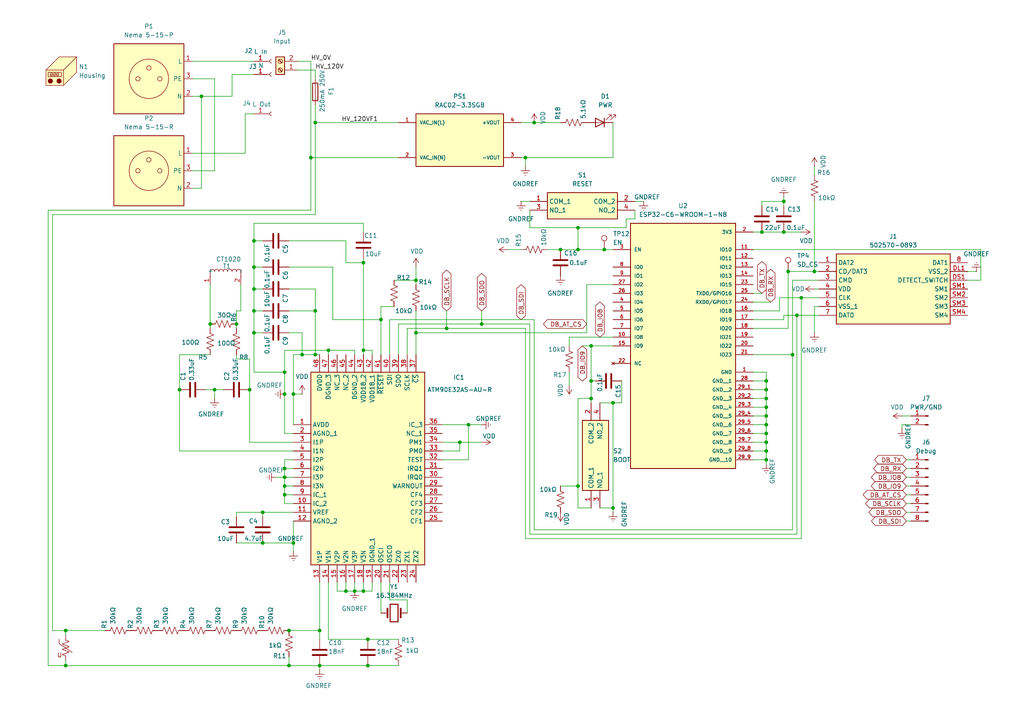
<source format=kicad_sch>
(kicad_sch (version 20250114) (generator "eeschema") (generator_version "9.0")
  (paper "A4")
  (junction (at 82.55 135.89))
  (junction (at 171.45 100.33))
  (junction (at 105.41 171.45))
  (junction (at 105.41 101.6))
  (junction (at 83.82 182.88))
  (junction (at 171.45 110.49))
  (junction (at 82.55 143.51))
  (junction (at 62.23 113.03))
  (junction (at 120.65 81.28))
  (junction (at 92.71 182.88))
  (junction (at 222.25 123.19))
  (junction (at 222.25 130.81))
  (junction (at 231.14 91.44))
  (junction (at 19.05 182.88))
  (junction (at 222.25 110.49))
  (junction (at 154.94 35.56))
  (junction (at 222.25 128.27))
  (junction (at 73.66 96.52))
  (junction (at 120.65 96.52))
  (junction (at 105.41 76.2))
  (junction (at 171.45 115.57))
  (junction (at 82.55 107.95))
  (junction (at 222.25 115.57))
  (junction (at 73.66 69.85))
  (junction (at 76.2 148.59))
  (junction (at 82.55 140.97))
  (junction (at 227.33 67.31))
  (junction (at 85.09 157.48))
  (junction (at 91.44 35.56))
  (junction (at 19.05 193.04))
  (junction (at 222.25 133.35))
  (junction (at 228.6 78.74))
  (junction (at 73.66 83.82))
  (junction (at 87.63 102.87))
  (junction (at 83.82 193.04))
  (junction (at 76.2 157.48))
  (junction (at 58.42 27.94))
  (junction (at 220.98 67.31))
  (junction (at 110.49 92.71))
  (junction (at 167.64 66.04))
  (junction (at 167.64 72.39))
  (junction (at 175.26 72.39))
  (junction (at 177.8 116.84))
  (junction (at 135.89 123.19))
  (junction (at 68.58 93.98))
  (junction (at 133.35 128.27))
  (junction (at 60.96 93.98))
  (junction (at 52.07 113.03))
  (junction (at 92.71 193.04))
  (junction (at 106.68 193.04))
  (junction (at 162.56 72.39))
  (junction (at 222.25 118.11))
  (junction (at 222.25 120.65))
  (junction (at 73.66 77.47))
  (junction (at 102.87 171.45))
  (junction (at 129.54 95.25))
  (junction (at 167.64 140.97))
  (junction (at 85.09 114.3))
  (junction (at 90.17 45.72))
  (junction (at 82.55 138.43))
  (junction (at 177.8 147.32))
  (junction (at 91.44 102.87))
  (junction (at 106.68 185.42))
  (junction (at 222.25 125.73))
  (junction (at 227.33 58.42))
  (junction (at 232.41 86.36))
  (junction (at 139.7 93.98))
  (junction (at 100.33 171.45))
  (junction (at 95.25 101.6))
  (junction (at 152.4 45.72))
  (junction (at 229.87 102.87))
  (junction (at 82.55 114.3))
  (junction (at 222.25 113.03))
  (junction (at 73.66 90.17))
  (junction (at 236.22 78.74))
  (junction (at 91.44 90.17))
  (junction (at 72.39 113.03))
  (wire (pts (xy 76.2 96.52) (xy 73.66 96.52)))
  (wire (pts (xy 76.2 77.47) (xy 73.66 77.47)))
  (wire (pts (xy 68.58 90.17) (xy 68.58 93.98)))
  (wire (pts (xy 85.09 125.73) (xy 82.55 125.73)))
  (wire (pts (xy 222.25 110.49) (xy 222.25 113.03)))
  (wire (pts (xy 181.61 66.04) (xy 167.64 66.04)))
  (wire (pts (xy 167.64 115.57) (xy 171.45 115.57)))
  (wire (pts (xy 91.44 83.82) (xy 91.44 90.17)))
  (wire (pts (xy 222.25 115.57) (xy 222.25 118.11)))
  (wire (pts (xy 147.32 72.39) (xy 151.13 72.39)))
  (wire (pts (xy 236.22 83.82) (xy 237.49 83.82)))
  (wire (pts (xy 236.22 78.74) (xy 228.6 78.74)))
  (wire (pts (xy 173.99 116.84) (xy 177.8 116.84)))
  (wire (pts (xy 128.27 130.81) (xy 133.35 130.81)))
  (wire (pts (xy 139.7 93.98) (xy 153.67 93.98)))
  (wire (pts (xy 52.07 102.87) (xy 60.96 102.87)))
  (wire (pts (xy 97.79 171.45) (xy 100.33 171.45)))
  (wire (pts (xy 58.42 54.61) (xy 58.42 27.94)))
  (wire (pts (xy 72.39 104.14) (xy 72.39 113.03)))
  (wire (pts (xy 139.7 90.17) (xy 139.7 93.98)))
  (wire (pts (xy 83.82 69.85) (xy 100.33 69.85)))
  (wire (pts (xy 180.34 110.49) (xy 180.34 116.84)))
  (wire (pts (xy 228.6 95.25) (xy 218.44 95.25)))
  (wire (pts (xy 129.54 90.17) (xy 129.54 95.25)))
  (wire (pts (xy 82.55 101.6) (xy 82.55 107.95)))
  (wire (pts (xy 96.52 77.47) (xy 96.52 92.71)))
  (wire (pts (xy 171.45 147.32) (xy 167.64 147.32)))
  (wire (pts (xy 86.36 20.32) (xy 91.44 20.32)))
  (wire (pts (xy 95.25 101.6) (xy 82.55 101.6)))
  (wire (pts (xy 82.55 133.35) (xy 82.55 135.89)))
  (wire (pts (xy 118.11 173.99) (xy 118.11 177.8)))
  (wire (pts (xy 92.71 193.04) (xy 92.71 194.31)))
  (wire (pts (xy 218.44 113.03) (xy 222.25 113.03)))
  (wire (pts (xy 167.64 147.32) (xy 167.64 140.97)))
  (wire (pts (xy 280.67 81.28) (xy 284.48 81.28)))
  (wire (pts (xy 154.94 92.71) (xy 154.94 153.67)))
  (wire (pts (xy 152.4 95.25) (xy 152.4 156.21)))
  (wire (pts (xy 135.89 123.19) (xy 139.7 123.19)))
  (wire (pts (xy 15.24 62.23) (xy 15.24 182.88)))
  (wire (pts (xy 69.85 82.55) (xy 69.85 90.17)))
  (wire (pts (xy 92.71 102.87) (xy 91.44 102.87)))
  (wire (pts (xy 227.33 92.71) (xy 218.44 92.71)))
  (wire (pts (xy 222.25 133.35) (xy 222.25 134.62)))
  (wire (pts (xy 68.58 157.48) (xy 76.2 157.48)))
  (wire (pts (xy 167.64 66.04) (xy 167.64 72.39)))
  (wire (pts (xy 222.25 130.81) (xy 222.25 133.35)))
  (wire (pts (xy 95.25 168.91) (xy 95.25 185.42)))
  (wire (pts (xy 100.33 69.85) (xy 100.33 76.2)))
  (wire (pts (xy 152.4 156.21) (xy 232.41 156.21)))
  (wire (pts (xy 218.44 115.57) (xy 222.25 115.57)))
  (wire (pts (xy 154.94 153.67) (xy 229.87 153.67)))
  (wire (pts (xy 107.95 101.6) (xy 105.41 101.6)))
  (wire (pts (xy 83.82 77.47) (xy 96.52 77.47)))
  (wire (pts (xy 153.67 93.98) (xy 153.67 154.94)))
  (wire (pts (xy 128.27 133.35) (xy 135.89 133.35)))
  (wire (pts (xy 113.03 173.99) (xy 118.11 173.99)))
  (wire (pts (xy 261.62 120.65) (xy 264.16 120.65)))
  (wire (pts (xy 55.88 54.61) (xy 58.42 54.61)))
  (wire (pts (xy 62.23 49.53) (xy 62.23 22.86)))
  (wire (pts (xy 177.8 147.32) (xy 173.99 147.32)))
  (wire (pts (xy 83.82 90.17) (xy 91.44 90.17)))
  (wire (pts (xy 85.09 133.35) (xy 82.55 133.35)))
  (wire (pts (xy 226.06 86.36) (xy 226.06 90.17)))
  (wire (pts (xy 168.91 100.33) (xy 171.45 100.33)))
  (wire (pts (xy 83.82 190.5) (xy 83.82 193.04)))
  (wire (pts (xy 167.64 140.97) (xy 167.64 115.57)))
  (wire (pts (xy 232.41 156.21) (xy 232.41 86.36)))
  (wire (pts (xy 73.66 96.52) (xy 73.66 107.95)))
  (wire (pts (xy 90.17 17.78) (xy 90.17 45.72)))
  (wire (pts (xy 86.36 17.78) (xy 90.17 17.78)))
  (wire (pts (xy 67.31 21.59) (xy 67.31 27.94)))
  (wire (pts (xy 82.55 114.3) (xy 82.55 125.73)))
  (wire (pts (xy 110.49 92.71) (xy 110.49 88.9)))
  (wire (pts (xy 73.66 83.82) (xy 73.66 90.17)))
  (wire (pts (xy 82.55 138.43) (xy 85.09 138.43)))
  (wire (pts (xy 85.09 148.59) (xy 76.2 148.59)))
  (wire (pts (xy 72.39 128.27) (xy 85.09 128.27)))
  (wire (pts (xy 76.2 69.85) (xy 73.66 69.85)))
  (wire (pts (xy 87.63 102.87) (xy 85.09 102.87)))
  (wire (pts (xy 220.98 67.31) (xy 227.33 67.31)))
  (wire (pts (xy 236.22 78.74) (xy 236.22 58.42)))
  (wire (pts (xy 222.25 118.11) (xy 222.25 120.65)))
  (wire (pts (xy 154.94 35.56) (xy 162.56 35.56)))
  (wire (pts (xy 229.87 153.67) (xy 229.87 102.87)))
  (wire (pts (xy 222.25 123.19) (xy 222.25 125.73)))
  (wire (pts (xy 60.96 82.55) (xy 60.96 93.98)))
  (wire (pts (xy 87.63 96.52) (xy 87.63 102.87)))
  (wire (pts (xy 62.23 22.86) (xy 55.88 22.86)))
  (wire (pts (xy 76.2 157.48) (xy 85.09 157.48)))
  (wire (pts (xy 222.25 125.73) (xy 222.25 128.27)))
  (wire (pts (xy 184.15 58.42) (xy 186.69 58.42)))
  (wire (pts (xy 153.67 60.96) (xy 153.67 66.04)))
  (wire (pts (xy 218.44 102.87) (xy 229.87 102.87)))
  (wire (pts (xy 170.18 82.55) (xy 177.8 82.55)))
  (wire (pts (xy 15.24 62.23) (xy 91.44 62.23)))
  (wire (pts (xy 82.55 140.97) (xy 85.09 140.97)))
  (wire (pts (xy 181.61 63.5) (xy 184.15 63.5)))
  (wire (pts (xy 55.88 17.78) (xy 73.66 17.78)))
  (wire (pts (xy 102.87 168.91) (xy 102.87 171.45)))
  (wire (pts (xy 85.09 102.87) (xy 85.09 114.3)))
  (wire (pts (xy 83.82 83.82) (xy 91.44 83.82)))
  (wire (pts (xy 83.82 193.04) (xy 92.71 193.04)))
  (wire (pts (xy 97.79 168.91) (xy 97.79 171.45)))
  (wire (pts (xy 73.66 69.85) (xy 73.66 77.47)))
  (wire (pts (xy 90.17 45.72) (xy 115.57 45.72)))
  (wire (pts (xy 180.34 116.84) (xy 177.8 116.84)))
  (wire (pts (xy 13.97 193.04) (xy 19.05 193.04)))
  (wire (pts (xy 165.1 107.95) (xy 165.1 111.76)))
  (wire (pts (xy 100.33 168.91) (xy 100.33 171.45)))
  (wire (pts (xy 167.64 72.39) (xy 175.26 72.39)))
  (wire (pts (xy 68.58 104.14) (xy 72.39 104.14)))
  (wire (pts (xy 237.49 88.9) (xy 236.22 88.9)))
  (wire (pts (xy 82.55 135.89) (xy 82.55 138.43)))
  (wire (pts (xy 82.55 140.97) (xy 82.55 143.51)))
  (wire (pts (xy 100.33 76.2) (xy 105.41 76.2)))
  (wire (pts (xy 60.96 93.98) (xy 60.96 95.25)))
  (wire (pts (xy 71.12 44.45) (xy 55.88 44.45)))
  (wire (pts (xy 62.23 113.03) (xy 64.77 113.03)))
  (wire (pts (xy 106.68 185.42) (xy 115.57 185.42)))
  (wire (pts (xy 231.14 154.94) (xy 231.14 91.44)))
  (wire (pts (xy 222.25 113.03) (xy 222.25 115.57)))
  (wire (pts (xy 231.14 91.44) (xy 227.33 91.44)))
  (wire (pts (xy 170.18 96.52) (xy 170.18 82.55)))
  (wire (pts (xy 68.58 93.98) (xy 68.58 95.25)))
  (wire (pts (xy 222.25 120.65) (xy 222.25 123.19)))
  (wire (pts (xy 158.75 72.39) (xy 162.56 72.39)))
  (wire (pts (xy 19.05 193.04) (xy 83.82 193.04)))
  (wire (pts (xy 177.8 45.72) (xy 152.4 45.72)))
  (wire (pts (xy 218.44 107.95) (xy 222.25 107.95)))
  (wire (pts (xy 236.22 88.9) (xy 236.22 96.52)))
  (wire (pts (xy 52.07 130.81) (xy 52.07 113.03)))
  (wire (pts (xy 152.4 45.72) (xy 152.4 48.26)))
  (wire (pts (xy 177.8 148.59) (xy 177.8 147.32)))
  (wire (pts (xy 91.44 102.87) (xy 87.63 102.87)))
  (wire (pts (xy 220.98 59.69) (xy 220.98 58.42)))
  (wire (pts (xy 261.62 123.19) (xy 261.62 124.46)))
  (wire (pts (xy 67.31 27.94) (xy 58.42 27.94)))
  (wire (pts (xy 151.13 35.56) (xy 154.94 35.56)))
  (wire (pts (xy 177.8 35.56) (xy 177.8 45.72)))
  (wire (pts (xy 262.89 151.13) (xy 264.16 151.13)))
  (wire (pts (xy 162.56 140.97) (xy 167.64 140.97)))
  (wire (pts (xy 114.3 81.28) (xy 120.65 81.28)))
  (wire (pts (xy 19.05 182.88) (xy 30.48 182.88)))
  (wire (pts (xy 102.87 171.45) (xy 105.41 171.45)))
  (wire (pts (xy 118.11 102.87) (xy 118.11 95.25)))
  (wire (pts (xy 129.54 95.25) (xy 152.4 95.25)))
  (wire (pts (xy 113.03 168.91) (xy 113.03 173.99)))
  (wire (pts (xy 133.35 130.81) (xy 133.35 128.27)))
  (wire (pts (xy 222.25 128.27) (xy 222.25 130.81)))
  (wire (pts (xy 73.66 107.95) (xy 82.55 107.95)))
  (wire (pts (xy 218.44 125.73) (xy 222.25 125.73)))
  (wire (pts (xy 83.82 182.88) (xy 92.71 182.88)))
  (wire (pts (xy 96.52 92.71) (xy 110.49 92.71)))
  (wire (pts (xy 73.66 33.02) (xy 71.12 33.02)))
  (wire (pts (xy 262.89 133.35) (xy 264.16 133.35)))
  (wire (pts (xy 218.44 85.09) (xy 220.98 85.09)))
  (wire (pts (xy 102.87 101.6) (xy 95.25 101.6)))
  (wire (pts (xy 222.25 107.95) (xy 222.25 110.49)))
  (wire (pts (xy 82.55 107.95) (xy 82.55 114.3)))
  (wire (pts (xy 100.33 171.45) (xy 102.87 171.45)))
  (wire (pts (xy 236.22 48.26) (xy 236.22 50.8)))
  (wire (pts (xy 71.12 33.02) (xy 71.12 44.45)))
  (wire (pts (xy 91.44 90.17) (xy 91.44 102.87)))
  (wire (pts (xy 106.68 185.42) (xy 95.25 185.42)))
  (wire (pts (xy 218.44 67.31) (xy 220.98 67.31)))
  (wire (pts (xy 184.15 63.5) (xy 184.15 60.96)))
  (wire (pts (xy 91.44 30.48) (xy 91.44 35.56)))
  (wire (pts (xy 120.65 96.52) (xy 170.18 96.52)))
  (wire (pts (xy 181.61 63.5) (xy 181.61 66.04)))
  (wire (pts (xy 102.87 102.87) (xy 102.87 101.6)))
  (wire (pts (xy 228.6 78.74) (xy 228.6 95.25)))
  (wire (pts (xy 118.11 95.25) (xy 129.54 95.25)))
  (wire (pts (xy 85.09 157.48) (xy 85.09 160.02)))
  (wire (pts (xy 165.1 100.33) (xy 165.1 97.79)))
  (wire (pts (xy 262.89 143.51) (xy 264.16 143.51)))
  (wire (pts (xy 284.48 72.39) (xy 218.44 72.39)))
  (wire (pts (xy 105.41 74.93) (xy 105.41 76.2)))
  (wire (pts (xy 85.09 151.13) (xy 85.09 157.48)))
  (wire (pts (xy 113.03 92.71) (xy 154.94 92.71)))
  (wire (pts (xy 227.33 91.44) (xy 227.33 92.71)))
  (wire (pts (xy 110.49 102.87) (xy 110.49 92.71)))
  (wire (pts (xy 13.97 60.96) (xy 13.97 193.04)))
  (wire (pts (xy 105.41 64.77) (xy 73.66 64.77)))
  (wire (pts (xy 76.2 90.17) (xy 73.66 90.17)))
  (wire (pts (xy 85.09 114.3) (xy 85.09 123.19)))
  (wire (pts (xy 91.44 20.32) (xy 91.44 22.86)))
  (wire (pts (xy 171.45 115.57) (xy 171.45 116.84)))
  (wire (pts (xy 105.41 101.6) (xy 105.41 102.87)))
  (wire (pts (xy 177.8 116.84) (xy 177.8 147.32)))
  (wire (pts (xy 165.1 97.79) (xy 177.8 97.79)))
  (wire (pts (xy 236.22 78.74) (xy 237.49 78.74)))
  (wire (pts (xy 171.45 110.49) (xy 172.72 110.49)))
  (wire (pts (xy 152.4 45.72) (xy 151.13 45.72)))
  (wire (pts (xy 133.35 128.27) (xy 139.7 128.27)))
  (wire (pts (xy 162.56 72.39) (xy 167.64 72.39)))
  (wire (pts (xy 76.2 148.59) (xy 76.2 149.86)))
  (wire (pts (xy 95.25 102.87) (xy 95.25 101.6)))
  (wire (pts (xy 262.89 148.59) (xy 264.16 148.59)))
  (wire (pts (xy 237.49 91.44) (xy 231.14 91.44)))
  (wire (pts (xy 128.27 123.19) (xy 135.89 123.19)))
  (wire (pts (xy 218.44 87.63) (xy 223.52 87.63)))
  (wire (pts (xy 68.58 148.59) (xy 68.58 149.86)))
  (wire (pts (xy 113.03 102.87) (xy 113.03 92.71)))
  (wire (pts (xy 13.97 60.96) (xy 90.17 60.96)))
  (wire (pts (xy 90.17 45.72) (xy 90.17 60.96)))
  (wire (pts (xy 175.26 72.39) (xy 177.8 72.39)))
  (wire (pts (xy 73.66 77.47) (xy 73.66 83.82)))
  (wire (pts (xy 82.55 146.05) (xy 85.09 146.05)))
  (wire (pts (xy 73.66 64.77) (xy 73.66 69.85)))
  (wire (pts (xy 237.49 81.28) (xy 229.87 81.28)))
  (wire (pts (xy 91.44 35.56) (xy 91.44 62.23)))
  (wire (pts (xy 92.71 168.91) (xy 92.71 182.88)))
  (wire (pts (xy 115.57 93.98) (xy 139.7 93.98)))
  (wire (pts (xy 82.55 138.43) (xy 82.55 140.97)))
  (wire (pts (xy 52.07 130.81) (xy 85.09 130.81)))
  (wire (pts (xy 68.58 102.87) (xy 68.58 104.14)))
  (wire (pts (xy 105.41 64.77) (xy 105.41 67.31)))
  (wire (pts (xy 218.44 123.19) (xy 222.25 123.19)))
  (wire (pts (xy 52.07 102.87) (xy 52.07 113.03)))
  (wire (pts (xy 115.57 102.87) (xy 115.57 93.98)))
  (wire (pts (xy 262.89 138.43) (xy 264.16 138.43)))
  (wire (pts (xy 218.44 128.27) (xy 222.25 128.27)))
  (wire (pts (xy 171.45 100.33) (xy 177.8 100.33)))
  (wire (pts (xy 171.45 100.33) (xy 171.45 110.49)))
  (wire (pts (xy 218.44 118.11) (xy 222.25 118.11)))
  (wire (pts (xy 105.41 76.2) (xy 105.41 101.6)))
  (wire (pts (xy 68.58 148.59) (xy 76.2 148.59)))
  (wire (pts (xy 105.41 171.45) (xy 107.95 171.45)))
  (wire (pts (xy 227.33 67.31) (xy 232.41 67.31)))
  (wire (pts (xy 91.44 35.56) (xy 115.57 35.56)))
  (wire (pts (xy 120.65 90.17) (xy 120.65 96.52)))
  (wire (pts (xy 15.24 182.88) (xy 19.05 182.88)))
  (wire (pts (xy 218.44 130.81) (xy 222.25 130.81)))
  (wire (pts (xy 218.44 133.35) (xy 222.25 133.35)))
  (wire (pts (xy 58.42 27.94) (xy 55.88 27.94)))
  (wire (pts (xy 232.41 86.36) (xy 226.06 86.36)))
  (wire (pts (xy 227.33 57.15) (xy 227.33 58.42)))
  (wire (pts (xy 82.55 135.89) (xy 85.09 135.89)))
  (wire (pts (xy 72.39 113.03) (xy 72.39 128.27)))
  (wire (pts (xy 284.48 81.28) (xy 284.48 72.39)))
  (wire (pts (xy 67.31 21.59) (xy 73.66 21.59)))
  (wire (pts (xy 19.05 182.88) (xy 19.05 184.15)))
  (wire (pts (xy 220.98 58.42) (xy 227.33 58.42)))
  (wire (pts (xy 73.66 83.82) (xy 76.2 83.82)))
  (wire (pts (xy 19.05 191.77) (xy 19.05 193.04)))
  (wire (pts (xy 153.67 154.94) (xy 231.14 154.94)))
  (wire (pts (xy 151.13 58.42) (xy 153.67 58.42)))
  (wire (pts (xy 92.71 182.88) (xy 92.71 185.42)))
  (wire (pts (xy 105.41 168.91) (xy 105.41 171.45)))
  (wire (pts (xy 120.65 77.47) (xy 120.65 81.28)))
  (wire (pts (xy 171.45 110.49) (xy 171.45 115.57)))
  (wire (pts (xy 106.68 193.04) (xy 115.57 193.04)))
  (wire (pts (xy 110.49 88.9) (xy 114.3 88.9)))
  (wire (pts (xy 85.09 114.3) (xy 87.63 114.3)))
  (wire (pts (xy 92.71 193.04) (xy 106.68 193.04)))
  (wire (pts (xy 62.23 113.03) (xy 59.69 113.03)))
  (wire (pts (xy 264.16 123.19) (xy 261.62 123.19)))
  (wire (pts (xy 280.67 78.74) (xy 283.21 78.74)))
  (wire (pts (xy 110.49 168.91) (xy 110.49 177.8)))
  (wire (pts (xy 107.95 171.45) (xy 107.95 168.91)))
  (wire (pts (xy 237.49 86.36) (xy 232.41 86.36)))
  (wire (pts (xy 69.85 90.17) (xy 68.58 90.17)))
  (wire (pts (xy 120.65 102.87) (xy 120.65 96.52)))
  (wire (pts (xy 218.44 120.65) (xy 222.25 120.65)))
  (wire (pts (xy 107.95 102.87) (xy 107.95 101.6)))
  (wire (pts (xy 83.82 96.52) (xy 87.63 96.52)))
  (wire (pts (xy 218.44 110.49) (xy 222.25 110.49)))
  (wire (pts (xy 73.66 90.17) (xy 73.66 96.52)))
  (wire (pts (xy 82.55 143.51) (xy 85.09 143.51)))
  (wire (pts (xy 82.55 143.51) (xy 82.55 146.05)))
  (wire (pts (xy 227.33 58.42) (xy 227.33 59.69)))
  (wire (pts (xy 120.65 82.55) (xy 120.65 81.28)))
  (wire (pts (xy 55.88 49.53) (xy 62.23 49.53)))
  (wire (pts (xy 262.89 135.89) (xy 264.16 135.89)))
  (wire (pts (xy 262.89 140.97) (xy 264.16 140.97)))
  (wire (pts (xy 128.27 128.27) (xy 133.35 128.27)))
  (wire (pts (xy 229.87 81.28) (xy 229.87 102.87)))
  (wire (pts (xy 80.01 138.43) (xy 82.55 138.43)))
  (wire (pts (xy 62.23 115.57) (xy 62.23 113.03)))
  (wire (pts (xy 226.06 90.17) (xy 218.44 90.17)))
  (wire (pts (xy 135.89 133.35) (xy 135.89 123.19)))
  (wire (pts (xy 153.67 66.04) (xy 167.64 66.04)))
  (wire (pts (xy 262.89 146.05) (xy 264.16 146.05)))
  (label "HV_120VF1" (at 99.06 35.56 0))
  (label "HV_120V" (at 91.44 20.32 0))
  (label "HV_0V" (at 90.17 17.78 0))
  (global_label "DB_TX" (shape bidirectional) (at 262.89 133.35 180) (property "Intersheetrefs" "${INTERSHEET_REFS}" (effects (hide yes))))
  (global_label "DB_RX" (shape bidirectional) (at 262.89 135.89 180) (property "Intersheetrefs" "${INTERSHEET_REFS}" (effects (hide yes))))
  (global_label "DB_IO8" (shape bidirectional) (at 262.89 138.43 180) (property "Intersheetrefs" "${INTERSHEET_REFS}" (effects (hide yes))))
  (global_label "DB_SCLK" (shape bidirectional) (at 262.89 146.05 180) (property "Intersheetrefs" "${INTERSHEET_REFS}" (effects (hide yes))))
  (global_label "DB_IO9" (shape bidirectional) (at 262.89 140.97 180) (property "Intersheetrefs" "${INTERSHEET_REFS}" (effects (hide yes))))
  (global_label "DB_AT_CS" (shape bidirectional) (at 262.89 143.51 180) (property "Intersheetrefs" "${INTERSHEET_REFS}" (effects (hide yes))))
  (global_label "DB_SDO" (shape bidirectional) (at 262.89 148.59 180) (property "Intersheetrefs" "${INTERSHEET_REFS}" (effects (hide yes))))
  (global_label "DB_SDI" (shape bidirectional) (at 262.89 151.13 180) (property "Intersheetrefs" "${INTERSHEET_REFS}" (effects (hide yes))))
  (global_label "DB_IO8" (shape bidirectional) (at 173.99 97.79 90) (property "Intersheetrefs" "${INTERSHEET_REFS}" (effects (hide yes))))
  (global_label "DB_RX" (shape bidirectional) (at 223.52 87.63 90) (property "Intersheetrefs" "${INTERSHEET_REFS}" (effects (hide yes))))
  (global_label "DB_TX" (shape bidirectional) (at 220.98 85.09 90) (property "Intersheetrefs" "${INTERSHEET_REFS}" (effects (hide yes))))
  (global_label "DB_SDI" (shape bidirectional) (at 151.13 92.71 90) (property "Intersheetrefs" "${INTERSHEET_REFS}" (effects (hide yes))))
  (global_label "DB_IO9" (shape bidirectional) (at 168.91 100.33 270) (property "Intersheetrefs" "${INTERSHEET_REFS}" (effects (hide yes))))
  (global_label "DB_SCLK" (shape bidirectional) (at 129.54 90.17 90) (property "Intersheetrefs" "${INTERSHEET_REFS}" (effects (hide yes))))
  (global_label "DB_AT_CS" (shape bidirectional) (at 170.18 93.98 180) (property "Intersheetrefs" "${INTERSHEET_REFS}" (effects (hide yes))))
  (global_label "DB_SDO" (shape bidirectional) (at 139.7 90.17 90) (property "Intersheetrefs" "${INTERSHEET_REFS}" (effects (hide yes))))
  (symbol (lib_id "Connector:Conn_01x01_Socket") (at 78.74 33.02 0) (unit 1) (on_board no)
    (property "Reference" "J4" (at 70.358 29.972 0) (effects (justify left)))
    (property "Value" "L Out" (at 73.152 30.226 0) (effects (justify left)))
    (property "Description" "Generic connector, single row, 01x01, script generated" (effects (hide yes)))
  )
  (symbol (lib_id "Device:C") (at 227.33 63.5 0) (unit 1)
    (property "Reference" "C13" (at 228.346 60.706 0) (effects (justify left)))
    (property "Value" "0.1uF" (at 228.092 66.04 0) (effects (justify left)))
    (property "Footprint" "Capacitor_SMD:C_0805_2012Metric_Pad1.18x1.45mm_HandSolder" (effects (hide yes)))
    (property "Datasheet" "https://www.vishay.com/docs/45171/kseries.pdf" (effects (hide yes)))
    (property "Description" "Unpolarized capacitor" (effects (hide yes)))
    (property "Mouser#" "594-K104K15X7RF5WH5 " (effects (hide yes)))
    (property "Mouser Link" "https://www.mouser.com/ProductDetail/Vishay-BC-Components/K104K15X7RF5WH5?qs=sGAEpiMZZMuMW9TJLBQkXstS33ZYjGCMau7NPGXn%2F5U%3D" (effects (hide yes)))
    (property "Price/unit" "0.089" (effects (hide yes)))
  )
  (symbol (lib_id "Device:R_US") (at 83.82 186.69 0) (unit 1)
    (property "Reference" "R11" (at 83.058 190.246 0) (effects (justify right)))
    (property "Value" "1kΩ" (at 81.788 187.198 0) (effects (justify right)))
    (property "Footprint" "Resistor_SMD:R_0805_2012Metric_Pad1.20x1.40mm_HandSolder" (effects (hide yes)))
    (property "Description" "Resistor, US symbol" (effects (hide yes)))
  )
  (symbol (lib_id "power:VDD") (at 236.22 83.82 90) (unit 1)
    (property "Reference" "#PWR026" (effects (hide yes)))
    (property "Value" "VDD" (at 233.426 83.82 90) (effects (justify left)))
    (property "Description" "Power symbol creates a global label with name \"VDD\"" (effects (hide yes)))
  )
  (symbol (lib_id "Device:R_US") (at 68.58 99.06 0) (mirror y) (unit 1)
    (property "Reference" "R8" (at 69.342 103.632 0) (effects (justify right)))
    (property "Value" "100Ω" (at 62.992 99.568 0) (effects (justify right)))
    (property "Footprint" "Resistor_SMD:R_0805_2012Metric_Pad1.20x1.40mm_HandSolder" (effects (hide yes)))
    (property "Description" "Resistor, US symbol" (effects (hide yes)))
  )
  (symbol (lib_id "Device:R_US") (at 64.77 182.88 270) (unit 1)
    (property "Reference" "R7" (at 60.706 182.372 0) (effects (justify right)))
    (property "Value" "30kΩ" (at 63.246 181.102 0) (effects (justify right)))
    (property "Footprint" "Resistor_SMD:R_0805_2012Metric_Pad1.20x1.40mm_HandSolder" (effects (hide yes)))
    (property "Description" "Resistor, US symbol" (effects (hide yes)))
  )
  (symbol (lib_id "power:GNDREF") (at 283.21 78.74 180) (unit 1)
    (property "Reference" "#PWR028" (effects (hide yes)))
    (property "Value" "GNDREF" (at 283.21 73.66 0))
    (property "Description" "Power symbol creates a global label with name \"GNDREF\" , reference supply ground" (effects (hide yes)))
  )
  (symbol (lib_id "Device:R_US") (at 57.15 182.88 270) (unit 1)
    (property "Reference" "R4" (at 53.086 182.372 0) (effects (justify right)))
    (property "Value" "30kΩ" (at 55.626 181.102 0) (effects (justify right)))
    (property "Footprint" "Resistor_SMD:R_0805_2012Metric_Pad1.20x1.40mm_HandSolder" (effects (hide yes)))
    (property "Description" "Resistor, US symbol" (effects (hide yes)))
  )
  (symbol (lib_id "Device:R_US") (at 49.53 182.88 270) (unit 1)
    (property "Reference" "R3" (at 45.466 182.372 0) (effects (justify right)))
    (property "Value" "30kΩ" (at 48.006 181.102 0) (effects (justify right)))
    (property "Footprint" "Resistor_SMD:R_0805_2012Metric_Pad1.20x1.40mm_HandSolder" (effects (hide yes)))
    (property "Description" "Resistor, US symbol" (effects (hide yes)))
  )
  (symbol (lib_id "power:GNDREF") (at 222.25 134.62 0) (unit 1)
    (property "Reference" "#PWR015" (effects (hide yes)))
    (property "Value" "GNDREF" (at 224.028 132.842 90) (effects (justify right)))
    (property "Description" "Power symbol creates a global label with name \"GNDREF\" , reference supply ground" (effects (hide yes)))
  )
  (symbol (lib_id "power:GNDREF") (at 177.8 148.59 0) (unit 1)
    (property "Reference" "#PWR016" (effects (hide yes)))
    (property "Value" "GNDREF" (at 181.102 145.288 90) (effects (justify right)))
    (property "Description" "Power symbol creates a global label with name \"GNDREF\" , reference supply ground" (effects (hide yes)))
  )
  (symbol (lib_id "power:GNDREF") (at 151.13 58.42 0) (unit 1)
    (property "Reference" "#PWR013" (effects (hide yes)))
    (property "Value" "GNDREF" (at 151.13 63.5 0))
    (property "Description" "Power symbol creates a global label with name \"GNDREF\" , reference supply ground" (effects (hide yes)))
  )
  (symbol (lib_id "Device:C") (at 80.01 69.85 270) (unit 1)
    (property "Reference" "C5" (at 82.804 70.866 0) (effects (justify left)))
    (property "Value" "0.1uF" (at 77.47 70.612 0) (effects (justify left)))
    (property "Footprint" "Capacitor_SMD:C_0805_2012Metric_Pad1.18x1.45mm_HandSolder" (effects (hide yes)))
    (property "Datasheet" "https://www.vishay.com/docs/45171/kseries.pdf" (effects (hide yes)))
    (property "Description" "Unpolarized capacitor" (effects (hide yes)))
    (property "Mouser#" "594-K104K15X7RF5WH5 " (effects (hide yes)))
    (property "Mouser Link" "https://www.mouser.com/ProductDetail/Vishay-BC-Components/K104K15X7RF5WH5?qs=sGAEpiMZZMuMW9TJLBQkXstS33ZYjGCMau7NPGXn%2F5U%3D" (effects (hide yes)))
    (property "Price/unit" "0.089" (effects (hide yes)))
  )
  (symbol (lib_id "power:GNDREF") (at 92.71 194.31 0) (unit 1)
    (property "Reference" "#PWR06" (effects (hide yes)))
    (property "Value" "GNDREF" (at 92.456 198.882 0))
    (property "Description" "Power symbol creates a global label with name \"GNDREF\" , reference supply ground" (effects (hide yes)))
  )
  (symbol (lib_id "MicroSD502570-0893:502570-0893") (at 237.49 76.2 0) (unit 1)
    (property "Reference" "J1" (at 259.08 68.58 0))
    (property "Value" "502570-0893" (at 259.08 71.12 0))
    (property "Footprint" "MicroSDSlot 502570-0893:5025700893" (effects (hide yes)))
    (property "Datasheet" "https://componentsearchengine.com/Datasheets/2/502570-0893.pdf" (effects (hide yes)))
    (property "Description" "Memory Card Connectors MICRO SD CARD CONN NORM SMT PUSH-PUSH" (effects (hide yes)))
    (property "Height" "1.95" (effects (hide yes)))
    (property "Mouser Part Number" "538-502570-0893" (effects (hide yes)))
    (property "Mouser Price/Stock" "https://www.mouser.co.uk/ProductDetail/Molex/502570-0893?qs=xbccQsLEe0eiL%252BVgS3E4nA%3D%3D" (effects (hide yes)))
    (property "Manufacturer_Name" "Molex" (effects (hide yes)))
    (property "Manufacturer_Part_Number" "502570-0893" (effects (hide yes)))
  )
  (symbol (lib_id "power:GNDREF") (at 162.56 80.01 0) (unit 1)
    (property "Reference" "#PWR017" (effects (hide yes)))
    (property "Value" "GNDREF" (at 162.56 85.09 0))
    (property "Description" "Power symbol creates a global label with name \"GNDREF\" , reference supply ground" (effects (hide yes)))
  )
  (symbol (lib_id "Device:C") (at 162.56 76.2 0) (unit 1)
    (property "Reference" "C16" (at 163.576 73.406 0) (effects (justify left)))
    (property "Value" "0.1uF" (at 165.1 76.2 0) (effects (justify left)))
    (property "Footprint" "Capacitor_SMD:C_0805_2012Metric_Pad1.18x1.45mm_HandSolder" (effects (hide yes)))
    (property "Datasheet" "https://www.vishay.com/docs/45171/kseries.pdf" (effects (hide yes)))
    (property "Description" "Unpolarized capacitor" (effects (hide yes)))
    (property "Mouser#" "594-K104K15X7RF5WH5 " (effects (hide yes)))
    (property "Mouser Link" "https://www.mouser.com/ProductDetail/Vishay-BC-Components/K104K15X7RF5WH5?qs=sGAEpiMZZMuMW9TJLBQkXstS33ZYjGCMau7NPGXn%2F5U%3D" (effects (hide yes)))
    (property "Price/unit" "0.089" (effects (hide yes)))
  )
  (symbol (lib_id "power:VDD") (at 87.63 114.3 0) (unit 1)
    (property "Reference" "#PWR05" (effects (hide yes)))
    (property "Value" "VDD" (at 87.63 109.22 0))
    (property "Description" "Power symbol creates a global label with name \"VDD\"" (effects (hide yes)))
  )
  (symbol (lib_id "ATM90E32AS-AU-R:ATM90E32AS-AU-R") (at 85.09 123.19 0) (unit 1)
    (property "Reference" "IC1" (at 133.096 109.474 0))
    (property "Value" "ATM90E32AS-AU-R" (at 133.35 113.03 0))
    (property "Footprint" "QFP50P900X900X120-48N" (effects (hide yes)))
    (property "Datasheet" "http://ww1.microchip.com/downloads/en/DeviceDoc/Atmel-46003-SE-M90E32AS-Datasheet.pdf" (effects (hide yes)))
    (property "Description" "MICROCHIP - ATM90E32AS-AU-R - POLY PHASE ENERGY METERING IC, TQFP-48" (effects (hide yes)))
    (property "Height" "1.2" (effects (hide yes)))
    (property "Mouser#" "556-ATM90E32AS-AU-R" (effects (hide yes)))
    (property "Mouser Price/Stock" "https://www.mouser.com/ProductDetail/556-ATM90E32AS-AU-R" (effects (hide yes)))
    (property "Manufacturer_Name" "Microchip" (effects (hide yes)))
    (property "Manufacturer_Part_Number" "ATM90E32AS-AU-R" (effects (hide yes)))
    (property "Price/unit" "3.66" (effects (hide yes)))
  )
  (symbol (lib_id "Connector:Conn_01x02_Pin") (at 269.24 120.65 0) (mirror y) (unit 1)
    (property "Reference" "J7" (at 268.605 115.57 0))
    (property "Value" "PWR/GND" (at 268.605 118.11 0))
    (property "Footprint" "Connector_PinHeader_2.54mm:PinHeader_1x02_P2.54mm_Vertical" (effects (hide yes)))
    (property "Description" "Generic connector, single row, 01x02, script generated" (effects (hide yes)))
  )
  (symbol (lib_id "Device:R_US") (at 236.22 54.61 180) (unit 1)
    (property "Reference" "R16" (at 236.982 50.038 0) (effects (justify right)))
    (property "Value" "10kΩ" (at 237.236 57.404 0) (effects (justify right)))
    (property "Footprint" "Resistor_SMD:R_0805_2012Metric_Pad1.20x1.40mm_HandSolder" (effects (hide yes)))
    (property "Description" "Resistor, US symbol" (effects (hide yes)))
  )
  (symbol (lib_id "Device:C") (at 68.58 153.67 0) (unit 1)
    (property "Reference" "C3" (at 64.008 151.384 0) (effects (justify left)))
    (property "Value" "10uF" (at 62.992 156.21 0) (effects (justify left)))
    (property "Footprint" "Capacitor_SMD:C_0805_2012Metric_Pad1.18x1.45mm_HandSolder" (effects (hide yes)))
    (property "Datasheet" "https://product.tdk.com/system/files/dam/doc/product/capacitor/ceramic/lead-mlcc/catalog/leadmlcc_halogenfree_fg_en.pdf" (effects (hide yes)))
    (property "Description" "Unpolarized capacitor" (effects (hide yes)))
    (property "Mouser#" "810-FG18X5R1E106MR00" (effects (hide yes)))
    (property "Mouser Link" "https://www.mouser.com/ProductDetail/TDK/FG18X5R1E106MRT00?qs=LtAzLad%252BoeW3W%2F93oICt0Q%3D%3D" (effects (hide yes)))
    (property "Price/unit" "0.278" (effects (hide yes)))
  )
  (symbol (lib_id "Device:C") (at 80.01 96.52 270) (unit 1)
    (property "Reference" "C9" (at 82.804 97.536 0) (effects (justify left)))
    (property "Value" "0.1uF" (at 77.47 97.282 0) (effects (justify left)))
    (property "Footprint" "Capacitor_SMD:C_0805_2012Metric_Pad1.18x1.45mm_HandSolder" (effects (hide yes)))
    (property "Datasheet" "https://www.vishay.com/docs/45171/kseries.pdf" (effects (hide yes)))
    (property "Description" "Unpolarized capacitor" (effects (hide yes)))
    (property "Mouser#" "594-K104K15X7RF5WH5 " (effects (hide yes)))
    (property "Mouser Link" "https://www.mouser.com/ProductDetail/Vishay-BC-Components/K104K15X7RF5WH5?qs=sGAEpiMZZMuMW9TJLBQkXstS33ZYjGCMau7NPGXn%2F5U%3D" (effects (hide yes)))
    (property "Price/unit" "0.089" (effects (hide yes)))
  )
  (symbol (lib_id "Device:R_US") (at 41.91 182.88 270) (unit 1)
    (property "Reference" "R2" (at 37.846 182.372 0) (effects (justify right)))
    (property "Value" "30kΩ" (at 40.386 181.102 0) (effects (justify right)))
    (property "Footprint" "Resistor_SMD:R_0805_2012Metric_Pad1.20x1.40mm_HandSolder" (effects (hide yes)))
    (property "Description" "Resistor, US symbol" (effects (hide yes)))
  )
  (symbol (lib_id "Connector:TestPoint") (at 228.6 78.74 0) (unit 1)
    (property "Reference" "TP4" (at 231.14 74.1679 0) (effects (justify left)))
    (property "Value" "SD_CS" (at 231.14 76.7079 0) (effects (justify left)))
    (property "Footprint" "Connector_PinHeader_2.54mm:PinHeader_1x01_P2.54mm_Vertical" (effects (hide yes)))
    (property "Description" "test point" (effects (hide yes)))
  )
  (symbol (lib_id "power:GNDREF") (at 236.22 96.52 0) (unit 1)
    (property "Reference" "#PWR027" (effects (hide yes)))
    (property "Value" "GNDREF" (at 236.22 101.6 0))
    (property "Description" "Power symbol creates a global label with name \"GNDREF\" , reference supply ground" (effects (hide yes)))
  )
  (symbol (lib_id "Device:R_US") (at 80.01 182.88 270) (unit 1)
    (property "Reference" "R10" (at 75.946 182.372 0) (effects (justify right)))
    (property "Value" "30kΩ" (at 78.486 181.102 0) (effects (justify right)))
    (property "Footprint" "Resistor_SMD:R_0805_2012Metric_Pad1.20x1.40mm_HandSolder" (effects (hide yes)))
    (property "Description" "Resistor, US symbol" (effects (hide yes)))
  )
  (symbol (lib_id "Device:Crystal") (at 114.3 177.8 0) (unit 1)
    (property "Reference" "Y1" (at 114.3 170.18 0))
    (property "Value" "16.384MHz" (at 114.3 172.72 0))
    (property "Footprint" "Crystal:Crystal_HC49-U_Vertical" (effects (hide yes)))
    (property "Datasheet" "https://www.mouser.com/datasheet/3/184/1/ABL.pdf" (effects (hide yes)))
    (property "Description" "Two pin crystal" (effects (hide yes)))
    (property "Mouser#" "815-ABL-16.384-B2" (effects (hide yes)))
    (property "Mouser Link" "https://www.mouser.com/ProductDetail/ABRACON/ABL-16.384MHZ-B2?qs=H8AWquzS%2FlO72PftAyd8ow%3D%3D" (effects (hide yes)))
    (property "Price/unit" "0.32" (effects (hide yes)))
  )
  (symbol (lib_id "Device:R_US") (at 120.65 86.36 180) (unit 1)
    (property "Reference" "R14" (at 121.412 81.788 0) (effects (justify right)))
    (property "Value" "10kΩ" (at 121.666 89.154 0) (effects (justify right)))
    (property "Footprint" "Resistor_SMD:R_0805_2012Metric_Pad1.20x1.40mm_HandSolder" (effects (hide yes)))
    (property "Description" "Resistor, US symbol" (effects (hide yes)))
  )
  (symbol (lib_id "Device:C") (at 55.88 113.03 90) (unit 1)
    (property "Reference" "C1" (at 53.086 110.49 0) (effects (justify left)))
    (property "Value" "0.33uF" (at 55.626 110.49 0) (effects (justify left)))
    (property "Footprint" "Capacitor_SMD:C_0805_2012Metric_Pad1.18x1.45mm_HandSolder" (effects (hide yes)))
    (property "Datasheet" "https://product.tdk.com/system/files/dam/doc/product/capacitor/ceramic/lead-mlcc/catalog/leadmlcc_halogenfree_fg_en.pdf" (effects (hide yes)))
    (property "Description" "Unpolarized capacitor" (effects (hide yes)))
    (property "Mouser#" "810-FG18X7R1H334KRT6" (effects (hide yes)))
    (property "Mouser Link" "https://www.mouser.com/ProductDetail/810-FG18X7R1H334KRT6" (effects (hide yes)))
    (property "Price/unit" "0.115" (effects (hide yes)))
  )
  (symbol (lib_id "power:VDD") (at 147.32 72.39 90) (unit 1)
    (property "Reference" "#PWR022" (effects (hide yes)))
    (property "Value" "VDD" (at 147.828 69.85 90) (effects (justify left)))
    (property "Description" "Power symbol creates a global label with name \"VDD\"" (effects (hide yes)))
  )
  (symbol (lib_id "Device:Varistor_US") (at 19.05 187.96 0) (unit 1)
    (property "Reference" "RV1" (effects (hide yes)))
    (property "Value" "130VAC" (effects (hide yes)))
    (property "Footprint" "Capacitor_THT:C_Disc_D8.0mm_W5.0mm_P5.00mm" (effects (hide yes)))
    (property "Datasheet" "https://www.littelfuse.com/assetdocs/littelfuse_varistor_ultramov_datasheet.pdf?assetguid=00498970-451b-4e23-a419-f1ff8625d2a0" (effects (hide yes)))
    (property "Description" "Voltage dependent resistor, US symbol" (effects (hide yes)))
    (property "Sim.Name" "kicad_builtin_varistor" (effects (hide yes)))
    (property "Sim.Device" "SUBCKT" (effects (hide yes)))
    (property "Sim.Pins" "1=A 2=B" (effects (hide yes)))
    (property "Sim.Params" "threshold=1k" (effects (hide yes)))
    (property "Sim.Library" "${KICAD9_SYMBOL_DIR}/Simulation_SPICE.sp" (effects (hide yes)))
    (property "Mouser#" "576-V07E130P " (effects (hide yes)))
    (property "Mouser Link" "https://www.mouser.com/ProductDetail/Littelfuse/V07E130P?qs=zHiv0nsVGmp7WIjVpcMUJw%3D%3D" (effects (hide yes)))
    (property "Price/unit" "0.186" (effects (hide yes)))
  )
  (symbol (lib_id "power:GNDREF") (at 186.69 58.42 0) (unit 1)
    (property "Reference" "#PWR014" (effects (hide yes)))
    (property "Value" "GNDREF" (at 187.706 57.15 0))
    (property "Description" "Power symbol creates a global label with name \"GNDREF\" , reference supply ground" (effects (hide yes)))
  )
  (symbol (lib_id "Device:Fuse") (at 91.44 26.67 0) (unit 1)
    (property "Reference" "F1" (at 96.012 26.416 90))
    (property "Value" "250mA 250V" (at 93.472 26.416 90))
    (property "Footprint" "FuseHolder OGD:00318231" (effects (hide yes)))
    (property "Datasheet" "https://www.littelfuse.com/assetdocs/fuse-313-and-315-datasheet?assetguid=82476e74-6b5c-4262-88c8-0e436eab1447" (effects (hide yes)))
    (property "Description" "3AG fuse Time delay" (effects (hide yes)))
    (property "Mouser Link" "https://www.mouser.com/ProductDetail/576-0313.250HXP" (effects (hide yes)))
    (property "Price/unit" "1.43" (effects (hide yes)))
    (property "Mouser#" "576-0313.250HXP " (effects (hide yes)))
  )
  (symbol (lib_id "power:VDD") (at 232.41 67.31 270) (unit 1)
    (property "Reference" "#PWR023" (effects (hide yes)))
    (property "Value" "VDD" (at 231.902 69.85 90) (effects (justify left)))
    (property "Description" "Power symbol creates a global label with name \"VDD\"" (effects (hide yes)))
  )
  (symbol (lib_id "power:VDD") (at 139.7 128.27 270) (unit 1)
    (property "Reference" "#PWR010" (effects (hide yes)))
    (property "Value" "VDD" (at 139.954 126.492 90) (effects (justify left)))
    (property "Description" "Power symbol creates a global label with name \"VDD\"" (effects (hide yes)))
  )
  (symbol (lib_id "CT1020:CT1020") (at 64.77 78.74 0) (unit 1)
    (property "Reference" "T1" (at 65.786 77.216 0))
    (property "Value" "CT1020" (at 66.294 75.184 0))
    (property "Footprint" "CT1020:CT1020" (effects (hide yes)))
    (property "Datasheet" "https://www.coilcraft.com/getmedia/5cabc2b0-54ea-4f3d-a76a-5681314bc042/senhi.pdf" (effects (hide yes)))
    (property "Description" "Current Transformers CS1xxx Curr Sensor 24A 20-50kHz" (effects (hide yes)))
    (property "Height" "20.3" (effects (hide yes)))
    (property "Digikey#" "419-CT1020-ND" (effects (hide yes)))
    (property "Digikey Link" "https://www.digikey.com/en/products/detail/amgis-llc/CT1020/2362755" (effects (hide yes)))
    (property "Manufacturer_Name" "COILCRAFT" (effects (hide yes)))
    (property "Manufacturer_Part_Number" "CS1100L" (effects (hide yes)))
    (property "Price/unit" "6.04" (effects (hide yes)))
    (property "Mouser Part Number" "994-CS1100L" (effects (hide yes)))
    (property "Mouser Price/Stock" "https://www.mouser.co.uk/ProductDetail/Coilcraft/CS1100L?qs=ZYnrCdKdyecqhtdCJjkLRw%3D%3D" (effects (hide yes)))
  )
  (symbol (lib_id "power:VDD") (at 236.22 48.26 0) (unit 1)
    (property "Reference" "#PWR025" (effects (hide yes)))
    (property "Value" "VDD" (at 238.76 48.768 90) (effects (justify left)))
    (property "Description" "Power symbol creates a global label with name \"VDD\"" (effects (hide yes)))
  )
  (symbol (lib_id "Connector:Screw_Terminal_01x02") (at 81.28 20.32 180) (unit 1)
    (property "Reference" "J5" (at 81.788 9.398 0))
    (property "Value" "Input" (at 81.788 11.938 0))
    (property "Footprint" "Screw Terminals Custom:CUI_TB005-762-02BE" (effects (hide yes)))
    (property "Datasheet" "https://www.sameskydevices.com/product/resource/tb005-762.pdf" (effects (hide yes)))
    (property "Description" "TB005-762-02BE" (effects (hide yes)))
    (property "Mouser Link" "https://www.mouser.com/ProductDetail/490-TB005-762-02BE" (effects (hide yes)))
    (property "Price/unit" "0.66" (effects (hide yes)))
    (property "Mouser#" "490-TB005-762-02BE " (effects (hide yes)))
  )
  (symbol (lib_id "power:VDD") (at 165.1 111.76 180) (unit 1)
    (property "Reference" "#PWR012" (effects (hide yes)))
    (property "Value" "VDD" (at 162.56 111.252 90) (effects (justify left)))
    (property "Description" "Power symbol creates a global label with name \"VDD\"" (effects (hide yes)))
  )
  (symbol (lib_id "TinyButton_PTS526:PTS526SK15SMTR2_LFS") (at 153.67 58.42 0) (unit 1)
    (property "Reference" "S1" (at 168.91 50.8 0))
    (property "Value" "RESET" (at 168.91 53.34 0))
    (property "Footprint" "TinyButton_PTS526:PTS526SK15SMTR2LFS" (effects (hide yes)))
    (property "Datasheet" "https://www.ckswitches.com/media/2780/pts526.pdf" (effects (hide yes)))
    (property "Description" "Tactile Switches 50mA 12VDC, 5.2x5.2mm, 1.5mm H, 260gf, G leads, No ground pin, metal actuator" (effects (hide yes)))
    (property "Height" "1.65" (effects (hide yes)))
    (property "Mouser Part Number" "611-PTS526SK15SMR2L" (effects (hide yes)))
    (property "Mouser Price/Stock" "https://www.mouser.co.uk/ProductDetail/CK/PTS526SK15SMTR2-LFS?qs=Imq1NPwxi75hkPN8%252BRLw6Q%3D%3D" (effects (hide yes)))
    (property "Manufacturer_Name" "C & K COMPONENTS" (effects (hide yes)))
    (property "Manufacturer_Part_Number" "PTS526SK15SMTR2 LFS" (effects (hide yes)))
  )
  (symbol (lib_id "Device:R_US") (at 154.94 72.39 270) (unit 1)
    (property "Reference" "R15" (at 150.368 71.628 0) (effects (justify right)))
    (property "Value" "10kΩ" (at 157.734 71.374 0) (effects (justify right)))
    (property "Footprint" "Resistor_SMD:R_0805_2012Metric_Pad1.20x1.40mm_HandSolder" (effects (hide yes)))
    (property "Description" "Resistor, US symbol" (effects (hide yes)))
  )
  (symbol (lib_id "power:GNDREF") (at 62.23 115.57 0) (unit 1)
    (property "Reference" "#PWR01" (effects (hide yes)))
    (property "Value" "GNDREF" (at 65.024 120.142 0) (effects (justify right)))
    (property "Description" "Power symbol creates a global label with name \"GNDREF\" , reference supply ground" (effects (hide yes)))
  )
  (symbol (lib_id "Device:C") (at 106.68 189.23 0) (unit 1)
    (property "Reference" "C12" (at 109.22 186.436 0) (effects (justify left)))
    (property "Value" "18nF" (at 109.22 188.976 0) (effects (justify left)))
    (property "Footprint" "Capacitor_SMD:C_0805_2012Metric_Pad1.18x1.45mm_HandSolder" (effects (hide yes)))
    (property "Datasheet" "https://product.tdk.com/system/files/dam/doc/product/capacitor/ceramic/lead-mlcc/catalog/leadmlcc_halogenfree_fg_en.pdf" (effects (hide yes)))
    (property "Description" "Unpolarized capacitor" (effects (hide yes)))
    (property "Mouser#" "594-K183K10X7RF53H5" (effects (hide yes)))
    (property "Mouser Link" "https://www.mouser.com/ProductDetail/594-K183K10X7RF53H5" (effects (hide yes)))
    (property "Price/unit" "0.121" (effects (hide yes)))
  )
  (symbol (lib_id "Device:C") (at 105.41 71.12 180) (unit 1)
    (property "Reference" "C11" (at 109.474 68.326 0) (effects (justify left)))
    (property "Value" "10uF" (at 110.744 73.66 0) (effects (justify left)))
    (property "Footprint" "Capacitor_SMD:C_0805_2012Metric_Pad1.18x1.45mm_HandSolder" (effects (hide yes)))
    (property "Datasheet" "https://product.tdk.com/system/files/dam/doc/product/capacitor/ceramic/lead-mlcc/catalog/leadmlcc_halogenfree_fg_en.pdf" (effects (hide yes)))
    (property "Description" "Unpolarized capacitor" (effects (hide yes)))
    (property "Mouser#" "810-FG18X5R1E106MR00" (effects (hide yes)))
    (property "Mouser Link" "https://www.mouser.com/ProductDetail/TDK/FG18X5R1E106MRT00?qs=LtAzLad%252BoeW3W%2F93oICt0Q%3D%3D" (effects (hide yes)))
    (property "Price/unit" "0.278" (effects (hide yes)))
  )
  (symbol (lib_id "Mechanical:Housing") (at 19.05 20.32 0) (unit 1)
    (property "Reference" "N1" (at 22.86 19.3674 0) (effects (justify left)))
    (property "Value" "Housing" (at 22.86 21.9074 0) (effects (justify left)))
    (property "Footprint" "Mounting Footprints:1591XXSBK" (effects (hide yes)))
    (property "Description" "Housing" (effects (hide yes)))
  )
  (symbol (lib_id "Device:C") (at 220.98 63.5 0) (unit 1)
    (property "Reference" "C14" (at 221.996 60.706 0) (effects (justify left)))
    (property "Value" "22uF" (at 221.742 66.04 0) (effects (justify left)))
    (property "Footprint" "Capacitor_SMD:C_0805_2012Metric_Pad1.18x1.45mm_HandSolder" (effects (hide yes)))
    (property "Datasheet" "https://www.vishay.com/docs/45171/kseries.pdf" (effects (hide yes)))
    (property "Description" "Unpolarized capacitor" (effects (hide yes)))
    (property "Mouser#" "594-K104K15X7RF5WH5 " (effects (hide yes)))
    (property "Mouser Link" "https://www.mouser.com/ProductDetail/Vishay-BC-Components/K104K15X7RF5WH5?qs=sGAEpiMZZMuMW9TJLBQkXstS33ZYjGCMau7NPGXn%2F5U%3D" (effects (hide yes)))
    (property "Price/unit" "0.089" (effects (hide yes)))
  )
  (symbol (lib_id "power:VDD") (at 154.94 35.56 0) (unit 1)
    (property "Reference" "#PWR021" (effects (hide yes)))
    (property "Value" "VDD" (at 157.48 36.068 90) (effects (justify left)))
    (property "Description" "Power symbol creates a global label with name \"VDD\"" (effects (hide yes)))
  )
  (symbol (lib_id "Connector:Conn_Plug_3P_Protected") (at 43.18 49.53 0) (unit 1) (on_board no)
    (property "Reference" "P2" (at 43.18 34.29 0))
    (property "Value" "Nema 5-15-R" (at 43.18 36.83 0))
    (property "Description" "3 Pins protected generic plug" (effects (hide yes)))
    (property "Amazon Link" "https://www.amazon.com/dp/B0BMV8DSM1?ref=ppx_yo2ov_dt_b_fed_asin_title" (effects (hide yes)))
    (property "Price/unit" "9.99" (effects (hide yes)))
  )
  (symbol (lib_id "power:GNDREF") (at 227.33 57.15 180) (unit 1)
    (property "Reference" "#PWR024" (effects (hide yes)))
    (property "Value" "GNDREF" (at 227.33 52.07 0))
    (property "Description" "Power symbol creates a global label with name \"GNDREF\" , reference supply ground" (effects (hide yes)))
  )
  (symbol (lib_id "Connector:TestPoint") (at 175.26 72.39 0) (unit 1)
    (property "Reference" "TP12" (at 177.8 67.8179 0) (effects (justify left)))
    (property "Value" "EN" (at 177.8 70.3579 0) (effects (justify left)))
    (property "Footprint" "Connector_PinHeader_2.54mm:PinHeader_1x01_P2.54mm_Vertical" (effects (hide yes)))
    (property "Description" "test point" (effects (hide yes)))
  )
  (symbol (lib_id "Device:C") (at 80.01 83.82 90) (unit 1)
    (property "Reference" "C7" (at 82.804 87.884 0) (effects (justify left)))
    (property "Value" "10uF" (at 77.47 89.154 0) (effects (justify left)))
    (property "Footprint" "Capacitor_SMD:C_0805_2012Metric_Pad1.18x1.45mm_HandSolder" (effects (hide yes)))
    (property "Datasheet" "https://product.tdk.com/system/files/dam/doc/product/capacitor/ceramic/lead-mlcc/catalog/leadmlcc_halogenfree_fg_en.pdf" (effects (hide yes)))
    (property "Description" "Unpolarized capacitor" (effects (hide yes)))
    (property "Mouser#" "810-FG18X5R1E106MR00" (effects (hide yes)))
    (property "Mouser Link" "https://www.mouser.com/ProductDetail/TDK/FG18X5R1E106MRT00?qs=LtAzLad%252BoeW3W%2F93oICt0Q%3D%3D" (effects (hide yes)))
    (property "Price/unit" "0.278" (effects (hide yes)))
  )
  (symbol (lib_id "Device:R_US") (at 162.56 144.78 0) (unit 1)
    (property "Reference" "R19" (at 161.798 149.352 0) (effects (justify right)))
    (property "Value" "10kΩ" (at 161.544 141.986 0) (effects (justify right)))
    (property "Footprint" "Resistor_SMD:R_0805_2012Metric_Pad1.20x1.40mm_HandSolder" (effects (hide yes)))
    (property "Description" "Resistor, US symbol" (effects (hide yes)))
  )
  (symbol (lib_id "Device:LED") (at 173.99 35.56 180) (unit 1)
    (property "Reference" "D1" (at 175.5775 27.94 0))
    (property "Value" "PWR" (at 175.5775 30.48 0))
    (property "Footprint" "LED_SMD:LED_0805_2012Metric_Pad1.15x1.40mm_HandSolder" (effects (hide yes)))
    (property "Description" "Light emitting diode" (effects (hide yes)))
    (property "Sim.Pins" "1=K 2=A" (effects (hide yes)))
  )
  (symbol (lib_id "Device:C") (at 68.58 113.03 90) (unit 1)
    (property "Reference" "C2" (at 65.786 110.49 0) (effects (justify left)))
    (property "Value" "0.33uF" (at 68.326 110.49 0) (effects (justify left)))
    (property "Footprint" "Capacitor_SMD:C_0805_2012Metric_Pad1.18x1.45mm_HandSolder" (effects (hide yes)))
    (property "Datasheet" "https://product.tdk.com/system/files/dam/doc/product/capacitor/ceramic/lead-mlcc/catalog/leadmlcc_halogenfree_fg_en.pdf" (effects (hide yes)))
    (property "Description" "Unpolarized capacitor" (effects (hide yes)))
    (property "Mouser#" "810-FG18X7R1H334KRT6" (effects (hide yes)))
    (property "Mouser Link" "https://www.mouser.com/ProductDetail/810-FG18X7R1H334KRT6" (effects (hide yes)))
    (property "Price/unit" "0.115" (effects (hide yes)))
  )
  (symbol (lib_id "TinyButton_PTS526:PTS526SK15SMTR2_LFS") (at 171.45 147.32 90) (unit 1)
    (property "Reference" "S2" (at 177.8 130.8099 90) (effects (justify right)))
    (property "Value" "BOOT" (at 177.8 133.3499 90) (effects (justify right)))
    (property "Footprint" "TinyButton_PTS526:PTS526SK15SMTR2LFS" (effects (hide yes)))
    (property "Datasheet" "https://www.ckswitches.com/media/2780/pts526.pdf" (effects (hide yes)))
    (property "Description" "Tactile Switches 50mA 12VDC, 5.2x5.2mm, 1.5mm H, 260gf, G leads, No ground pin, metal actuator" (effects (hide yes)))
    (property "Height" "1.65" (effects (hide yes)))
    (property "Mouser Part Number" "611-PTS526SK15SMR2L" (effects (hide yes)))
    (property "Mouser Price/Stock" "https://www.mouser.co.uk/ProductDetail/CK/PTS526SK15SMTR2-LFS?qs=Imq1NPwxi75hkPN8%252BRLw6Q%3D%3D" (effects (hide yes)))
    (property "Manufacturer_Name" "C & K COMPONENTS" (effects (hide yes)))
    (property "Manufacturer_Part_Number" "PTS526SK15SMTR2 LFS" (effects (hide yes)))
  )
  (symbol (lib_id "power:VDD") (at 162.56 148.59 180) (unit 1)
    (property "Reference" "#PWR020" (effects (hide yes)))
    (property "Value" "VDD" (at 164.338 148.59 90) (effects (justify left)))
    (property "Description" "Power symbol creates a global label with name \"VDD\"" (effects (hide yes)))
  )
  (symbol (lib_id "power:GNDREF") (at 80.01 138.43 270) (unit 1)
    (property "Reference" "#PWR02" (effects (hide yes)))
    (property "Value" "GNDREF" (at 82.55 136.398 90) (effects (justify right)))
    (property "Description" "Power symbol creates a global label with name \"GNDREF\" , reference supply ground" (effects (hide yes)))
  )
  (symbol (lib_id "Device:C") (at 80.01 77.47 270) (unit 1)
    (property "Reference" "C6" (at 82.804 78.486 0) (effects (justify left)))
    (property "Value" "0.1uF" (at 77.47 78.232 0) (effects (justify left)))
    (property "Footprint" "Capacitor_SMD:C_0805_2012Metric_Pad1.18x1.45mm_HandSolder" (effects (hide yes)))
    (property "Datasheet" "https://www.vishay.com/docs/45171/kseries.pdf" (effects (hide yes)))
    (property "Description" "Unpolarized capacitor" (effects (hide yes)))
    (property "Mouser#" "594-K104K15X7RF5WH5 " (effects (hide yes)))
    (property "Mouser Link" "https://www.mouser.com/ProductDetail/Vishay-BC-Components/K104K15X7RF5WH5?qs=sGAEpiMZZMuMW9TJLBQkXstS33ZYjGCMau7NPGXn%2F5U%3D" (effects (hide yes)))
    (property "Price/unit" "0.089" (effects (hide yes)))
  )
  (symbol (lib_id "Connector:Conn_01x08_Pin") (at 269.24 140.97 0) (mirror y) (unit 1)
    (property "Reference" "J6" (at 268.605 128.27 0))
    (property "Value" "Debug" (at 268.605 130.81 0))
    (property "Footprint" "Connector_PinHeader_2.54mm:PinHeader_1x08_P2.54mm_Vertical" (effects (hide yes)))
    (property "Description" "Generic connector, single row, 01x08, script generated" (effects (hide yes)))
  )
  (symbol (lib_id "Connector:Conn_01x01_Socket") (at 78.74 21.59 0) (unit 1) (on_board no)
    (property "Reference" "J3" (at 72.136 19.304 0) (effects (justify left)))
    (property "Value" "N" (at 74.93 19.05 0) (effects (justify left)))
    (property "Description" "Generic connector, single row, 01x01, script generated" (effects (hide yes)))
  )
  (symbol (lib_id "Device:R_US") (at 114.3 85.09 180) (unit 1)
    (property "Reference" "R12" (at 115.062 80.518 0) (effects (justify right)))
    (property "Value" "10kΩ" (at 114.554 90.17 0) (effects (justify right)))
    (property "Footprint" "Resistor_SMD:R_0805_2012Metric_Pad1.20x1.40mm_HandSolder" (effects (hide yes)))
    (property "Description" "Resistor, US symbol" (effects (hide yes)))
  )
  (symbol (lib_id "power:GNDREF") (at 82.55 114.3 270) (unit 1)
    (property "Reference" "#PWR03" (effects (hide yes)))
    (property "Value" "GNDREF" (at 82.042 111.76 90) (effects (justify right)))
    (property "Description" "Power symbol creates a global label with name \"GNDREF\" , reference supply ground" (effects (hide yes)))
  )
  (symbol (lib_id "Device:R_US") (at 34.29 182.88 270) (unit 1)
    (property "Reference" "R1" (at 30.226 182.372 0) (effects (justify right)))
    (property "Value" "30kΩ" (at 32.766 181.102 0) (effects (justify right)))
    (property "Footprint" "Resistor_SMD:R_0805_2012Metric_Pad1.20x1.40mm_HandSolder" (effects (hide yes)))
    (property "Description" "Resistor, US symbol" (effects (hide yes)))
  )
  (symbol (lib_id "Device:R_US") (at 60.96 99.06 0) (unit 1)
    (property "Reference" "R5" (at 60.198 103.632 0) (effects (justify right)))
    (property "Value" "100Ω" (at 57.912 99.314 0) (effects (justify right)))
    (property "Footprint" "Resistor_SMD:R_0805_2012Metric_Pad1.20x1.40mm_HandSolder" (effects (hide yes)))
    (property "Description" "Resistor, US symbol" (effects (hide yes)))
  )
  (symbol (lib_id "Device:R_US") (at 72.39 182.88 270) (unit 1)
    (property "Reference" "R9" (at 68.326 182.372 0) (effects (justify right)))
    (property "Value" "30kΩ" (at 70.866 181.102 0) (effects (justify right)))
    (property "Footprint" "Resistor_SMD:R_0805_2012Metric_Pad1.20x1.40mm_HandSolder" (effects (hide yes)))
    (property "Description" "Resistor, US symbol" (effects (hide yes)))
  )
  (symbol (lib_id "power:GNDREF") (at 139.7 123.19 90) (unit 1)
    (property "Reference" "#PWR09" (effects (hide yes)))
    (property "Value" "GNDREF" (at 137.922 121.412 90) (effects (justify right)))
    (property "Description" "Power symbol creates a global label with name \"GNDREF\" , reference supply ground" (effects (hide yes)))
  )
  (symbol (lib_id "Device:R_US") (at 165.1 104.14 0) (unit 1)
    (property "Reference" "R17" (at 164.338 108.712 0) (effects (justify right)))
    (property "Value" "10kΩ" (at 164.084 101.346 0) (effects (justify right)))
    (property "Footprint" "Resistor_SMD:R_0805_2012Metric_Pad1.20x1.40mm_HandSolder" (effects (hide yes)))
    (property "Description" "Resistor, US symbol" (effects (hide yes)))
  )
  (symbol (lib_id "Connector:Conn_Plug_3P_Protected") (at 43.18 22.86 0) (unit 1) (on_board no)
    (property "Reference" "P1" (at 43.18 7.62 0))
    (property "Value" "Nema 5-15-P" (at 43.18 10.16 0))
    (property "Description" "Levition NEMA 5-15P" (effects (hide yes)))
    (property "Amazon Link" "https://www.amazon.com/Leviton-515PR-Straight-Blade-Rubber/dp/B000FKBZ7M?pd_rd_w=92vxs&content-id=amzn1.sym.679481c3-2bf4-4843-80c0-ffb319282e84%3Aamzn1.symc.c3d5766d-b606-46b8-ab07-1d9d1da0638a&pf_rd_p=679481c3-2bf4-4843-80c0-ffb319282e84&pf_rd_r=R7Q2YB8DESH6G7Y65X8C&pd_rd_wg=RpaUM&pd_rd_r=a6ef13e9-6e0e-4ec6-a707-03cf83fd6e38&pd_rd_i=B000FKBZ7M" (effects (hide yes)))
    (property "Price/unit" "3.98" (effects (hide yes)))
  )
  (symbol (lib_id "Device:R_US") (at 64.77 93.98 90) (unit 1)
    (property "Reference" "R6" (at 67.818 90.678 0) (effects (justify right)))
    (property "Value" "30Ω" (at 62.992 91.44 90) (effects (justify right)))
    (property "Footprint" "Resistor_SMD:R_0805_2012Metric_Pad1.20x1.40mm_HandSolder" (effects (hide yes)))
    (property "Description" "Resistor, US symbol" (effects (hide yes)))
  )
  (symbol (lib_id "Device:C") (at 92.71 189.23 0) (unit 1)
    (property "Reference" "C10" (at 95.25 186.436 0) (effects (justify left)))
    (property "Value" "18nF" (at 95.25 188.976 0) (effects (justify left)))
    (property "Footprint" "Capacitor_SMD:C_0805_2012Metric_Pad1.18x1.45mm_HandSolder" (effects (hide yes)))
    (property "Datasheet" "https://product.tdk.com/system/files/dam/doc/product/capacitor/ceramic/lead-mlcc/catalog/leadmlcc_halogenfree_fg_en.pdf" (effects (hide yes)))
    (property "Description" "Unpolarized capacitor" (effects (hide yes)))
    (property "Mouser#" "594-K183K10X7RF53H5" (effects (hide yes)))
    (property "Mouser Link" "https://www.mouser.com/ProductDetail/594-K183K10X7RF53H5" (effects (hide yes)))
    (property "Price/unit" "0.121" (effects (hide yes)))
  )
  (symbol (lib_id "power:GNDREF") (at 85.09 160.02 0) (unit 1)
    (property "Reference" "#PWR04" (effects (hide yes)))
    (property "Value" "GNDREF" (at 84.328 156.21 0))
    (property "Description" "Power symbol creates a global label with name \"GNDREF\" , reference supply ground" (effects (hide yes)))
  )
  (symbol (lib_id "power:VDD") (at 261.62 120.65 90) (unit 1)
    (property "Reference" "#PWR019" (effects (hide yes)))
    (property "Value" "VDD" (at 262.128 118.11 90) (effects (justify left)))
    (property "Description" "Power symbol creates a global label with name \"VDD\"" (effects (hide yes)))
  )
  (symbol (lib_id "Device:C") (at 80.01 90.17 270) (unit 1)
    (property "Reference" "C8" (at 82.804 91.186 0) (effects (justify left)))
    (property "Value" "0.1uF" (at 77.47 90.932 0) (effects (justify left)))
    (property "Footprint" "Capacitor_SMD:C_0805_2012Metric_Pad1.18x1.45mm_HandSolder" (effects (hide yes)))
    (property "Datasheet" "https://www.vishay.com/docs/45171/kseries.pdf" (effects (hide yes)))
    (property "Description" "Unpolarized capacitor" (effects (hide yes)))
    (property "Mouser#" "594-K104K15X7RF5WH5 " (effects (hide yes)))
    (property "Mouser Link" "https://www.mouser.com/ProductDetail/Vishay-BC-Components/K104K15X7RF5WH5?qs=sGAEpiMZZMuMW9TJLBQkXstS33ZYjGCMau7NPGXn%2F5U%3D" (effects (hide yes)))
    (property "Price/unit" "0.089" (effects (hide yes)))
  )
  (symbol (lib_id "power:GNDREF") (at 152.4 48.26 0) (unit 1)
    (property "Reference" "#PWR011" (effects (hide yes)))
    (property "Value" "GNDREF" (at 152.4 53.34 0))
    (property "Description" "Power symbol creates a global label with name \"GNDREF\" , reference supply ground" (effects (hide yes)))
  )
  (symbol (lib_id "Connector:Conn_01x01_Socket") (at 78.74 17.78 0) (unit 1) (on_board no)
    (property "Reference" "J2" (at 70.866 14.732 0) (effects (justify left)))
    (property "Value" "L In" (at 73.66 14.986 0) (effects (justify left)))
    (property "Description" "Generic connector, single row, 01x01, script generated" (effects (hide yes)))
  )
  (symbol (lib_id "power:GNDREF") (at 261.62 124.46 0) (unit 1)
    (property "Reference" "#PWR018" (effects (hide yes)))
    (property "Value" "GNDREF" (at 263.398 122.682 90) (effects (justify right)))
    (property "Description" "Power symbol creates a global label with name \"GNDREF\" , reference supply ground" (effects (hide yes)))
  )
  (symbol (lib_id "ESP32-C6:ESP32-C6-WROOM-1-N8") (at 198.12 87.63 0) (unit 1)
    (property "Reference" "U2" (at 198.12 59.69 0))
    (property "Value" "ESP32-C6-WROOM-1-N8" (at 198.12 62.23 0))
    (property "Footprint" "ESP32-C6:XCVR_ESP32-C6-WROOM-1-N8" (effects (hide yes)))
    (property "PARTREV" "1.0" (effects (hide yes)))
    (property "STANDARD" "Manufacturer Recommendations" (effects (hide yes)))
    (property "MAXIMUM_PACKAGE_HEIGHT" "3.25mm" (effects (hide yes)))
    (property "MANUFACTURER" "Espressif Systems" (effects (hide yes)))
  )
  (symbol (lib_id "Device:C") (at 76.2 153.67 0) (unit 1)
    (property "Reference" "C4" (at 72.136 151.13 0) (effects (justify left)))
    (property "Value" "4.7uF" (at 70.866 156.21 0) (effects (justify left)))
    (property "Footprint" "Capacitor_SMD:C_0805_2012Metric_Pad1.18x1.45mm_HandSolder" (effects (hide yes)))
    (property "Datasheet" "https://product.tdk.com/system/files/dam/doc/product/capacitor/ceramic/lead-mlcc/catalog/leadmlcc_halogenfree_fg_en.pdf" (effects (hide yes)))
    (property "Description" "Unpolarized capacitor" (effects (hide yes)))
    (property "Mouser#" "810-FG28X5R1E475KRT6 " (effects (hide yes)))
    (property "Mouser Link" "https://www.mouser.com/ProductDetail/TDK/FG28X5R1E475KRT06?qs=icAhCOE9TbgHrqRww4AYeA%3D%3D" (effects (hide yes)))
    (property "Price/unit" "0.22" (effects (hide yes)))
  )
  (symbol (lib_id "3.3VDC PSU:RAC02-3.3SGB") (at 133.35 40.64 0) (unit 1)
    (property "Reference" "PS1" (at 133.35 27.94 0))
    (property "Value" "RAC02-3.3SGB" (at 133.35 30.48 0))
    (property "Footprint" "3.3VDC PSU:CONV_RAC02-3.3SGB" (effects (hide yes)))
    (property "MF" "Recom Power" (effects (hide yes)))
    (property "MAXIMUM_PACKAGE_HEIGHT" "19mm" (effects (hide yes)))
    (property "Package" "DIP-4 Recom Power" (effects (hide yes)))
    (property "Price" "None" (effects (hide yes)))
    (property "Check_prices" "https://www.snapeda.com/parts/RAC02-3.3SGB/Recom+Power/view-part/?ref=eda" (effects (hide yes)))
    (property "STANDARD" "Manufacturer Recommendations" (effects (hide yes)))
    (property "PARTREV" "1" (effects (hide yes)))
    (property "SnapEDA_Link" "https://www.snapeda.com/parts/RAC02-3.3SGB/Recom+Power/view-part/?ref=snap" (effects (hide yes)))
    (property "MP" "RAC02-3.3SGB" (effects (hide yes)))
    (property "Description_1" "2W AC/DC-Converter 'POWERLINE' 3kV reg" (effects (hide yes)))
    (property "Availability" "In Stock" (effects (hide yes)))
    (property "MANUFACTURER" "Recom" (effects (hide yes)))
  )
  (symbol (lib_id "power:GNDREF") (at 102.87 171.45 0) (unit 1)
    (property "Reference" "#PWR07" (effects (hide yes)))
    (property "Value" "GNDREF" (at 102.87 176.53 0))
    (property "Description" "Power symbol creates a global label with name \"GNDREF\" , reference supply ground" (effects (hide yes)))
  )
  (symbol (lib_id "power:VDD") (at 120.65 77.47 0) (unit 1)
    (property "Reference" "#PWR08" (effects (hide yes)))
    (property "Value" "VDD" (at 120.904 72.898 0))
    (property "Description" "Power symbol creates a global label with name \"VDD\"" (effects (hide yes)))
  )
  (symbol (lib_id "Device:C") (at 176.53 110.49 270) (unit 1)
    (property "Reference" "C15" (at 179.324 111.506 0) (effects (justify left)))
    (property "Value" "0.1uF" (at 173.99 108.204 0) (effects (justify left)))
    (property "Footprint" "Capacitor_SMD:C_0805_2012Metric_Pad1.18x1.45mm_HandSolder" (effects (hide yes)))
    (property "Datasheet" "https://www.vishay.com/docs/45171/kseries.pdf" (effects (hide yes)))
    (property "Description" "Unpolarized capacitor" (effects (hide yes)))
    (property "Mouser#" "594-K104K15X7RF5WH5 " (effects (hide yes)))
    (property "Mouser Link" "https://www.mouser.com/ProductDetail/Vishay-BC-Components/K104K15X7RF5WH5?qs=sGAEpiMZZMuMW9TJLBQkXstS33ZYjGCMau7NPGXn%2F5U%3D" (effects (hide yes)))
    (property "Price/unit" "0.089" (effects (hide yes)))
  )
  (symbol (lib_id "Device:R_US") (at 115.57 189.23 180) (unit 1)
    (property "Reference" "R13" (at 116.332 185.674 0) (effects (justify right)))
    (property "Value" "1kΩ" (at 117.602 188.722 0) (effects (justify right)))
    (property "Footprint" "Resistor_SMD:R_0805_2012Metric_Pad1.20x1.40mm_HandSolder" (effects (hide yes)))
    (property "Description" "Resistor, US symbol" (effects (hide yes)))
  )
  (symbol (lib_id "Device:R_US") (at 166.37 35.56 270) (unit 1)
    (property "Reference" "R18" (at 161.798 34.798 0) (effects (justify right)))
    (property "Value" "5.1kΩ" (at 169.164 34.544 0) (effects (justify right)))
    (property "Footprint" "Resistor_SMD:R_0805_2012Metric_Pad1.20x1.40mm_HandSolder" (effects (hide yes)))
    (property "Description" "Resistor, US symbol" (effects (hide yes)))
  )
)
</source>
